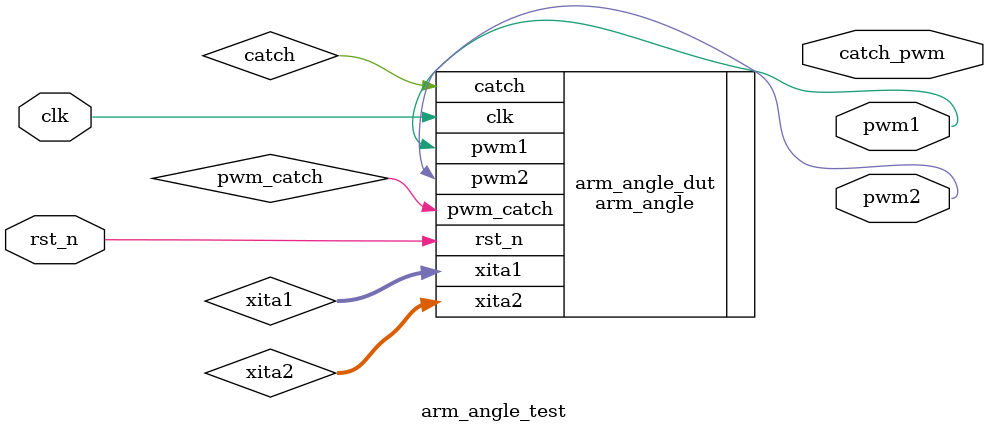
<source format=v>
module arm_angle_test(
        input clk,
        input rst_n,
        output pwm1,
        output pwm2,
        output catch_pwm
    );

    reg [31:0] xita1;
    reg [31:0] xita2;

    arm_angle
        arm_angle_dut (
            .clk (clk ),
            .rst_n (rst_n ),
            .xita1 (xita1 ),
            .xita2 (xita2 ),
            .catch (catch ),
            .pwm1 (pwm1 ),
            .pwm2 (pwm2 ),
            .pwm_catch  ( pwm_catch)
        );

endmodule

</source>
